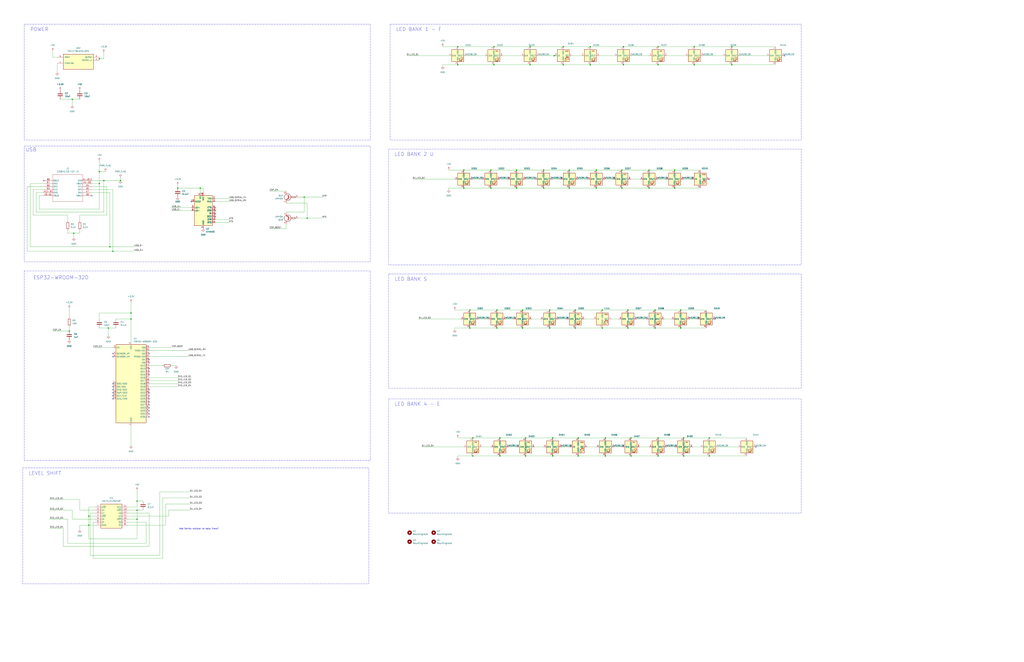
<source format=kicad_sch>
(kicad_sch (version 20230121) (generator eeschema)
  (paper "D")
  (title_block (title "Addressable LED Test Board") (date "2023-10-18") (rev "2") (company "Michael Kohler"))
  (junction (at 497.84 54.61))
  (junction (at 419.1 276.86))
  (junction (at 95.25 212.09))
  (junction (at 529.59 276.86))
  (junction (at 524.51 143.51))
  (junction (at 416.56 54.61))
  (junction (at 83.82 154.94))
  (junction (at 110.49 264.16))
  (junction (at 447.04 54.61))
  (junction (at 396.24 261.62))
  (junction (at 414.02 143.51))
  (junction (at 149.86 158.75))
  (junction (at 421.64 369.57))
  (junction (at 552.45 276.86))
  (junction (at 502.92 143.51))
  (junction (at 115.57 422.91))
  (junction (at 480.06 143.51))
  (junction (at 474.98 54.61))
  (junction (at 554.99 369.57))
  (junction (at 386.08 39.37))
  (junction (at 485.14 276.86))
  (junction (at 497.84 39.37))
  (junction (at 585.47 39.37))
  (junction (at 83.82 49.53))
  (junction (at 435.61 158.75))
  (junction (at 386.08 54.61))
  (junction (at 510.54 384.81))
  (junction (at 443.23 369.57))
  (junction (at 443.23 384.81))
  (junction (at 463.55 261.62))
  (junction (at 463.55 276.86))
  (junction (at 92.71 208.28))
  (junction (at 466.09 369.57))
  (junction (at 554.99 39.37))
  (junction (at 524.51 158.75))
  (junction (at 101.6 152.4))
  (junction (at 617.22 54.61))
  (junction (at 110.49 269.24))
  (junction (at 576.58 384.81))
  (junction (at 598.17 369.57))
  (junction (at 60.96 83.82))
  (junction (at 74.93 443.23))
  (junction (at 396.24 276.86))
  (junction (at 391.16 143.51))
  (junction (at 554.99 384.81))
  (junction (at 485.14 261.62))
  (junction (at 421.64 384.81))
  (junction (at 391.16 158.75))
  (junction (at 502.92 158.75))
  (junction (at 480.06 158.75))
  (junction (at 91.44 276.86))
  (junction (at 532.13 384.81))
  (junction (at 419.1 261.62))
  (junction (at 414.02 158.75))
  (junction (at 435.61 143.51))
  (junction (at 440.69 261.62))
  (junction (at 398.78 384.81))
  (junction (at 87.63 152.4))
  (junction (at 547.37 143.51))
  (junction (at 398.78 369.57))
  (junction (at 474.98 39.37))
  (junction (at 532.13 369.57))
  (junction (at 598.17 384.81))
  (junction (at 440.69 276.86))
  (junction (at 576.58 369.57))
  (junction (at 552.45 261.62))
  (junction (at 487.68 369.57))
  (junction (at 58.42 279.4))
  (junction (at 574.04 276.86))
  (junction (at 574.04 261.62))
  (junction (at 115.57 438.15))
  (junction (at 447.04 39.37))
  (junction (at 256.54 166.37))
  (junction (at 529.59 261.62))
  (junction (at 83.82 144.78))
  (junction (at 547.37 158.75))
  (junction (at 458.47 158.75))
  (junction (at 510.54 369.57))
  (junction (at 508 276.86))
  (junction (at 259.08 184.15))
  (junction (at 168.91 158.75))
  (junction (at 568.96 143.51))
  (junction (at 466.09 384.81))
  (junction (at 62.23 196.85))
  (junction (at 525.78 39.37))
  (junction (at 568.96 158.75))
  (junction (at 487.68 384.81))
  (junction (at 115.57 430.53))
  (junction (at 74.93 435.61))
  (junction (at 585.47 54.61))
  (junction (at 508 261.62))
  (junction (at 416.56 39.37))
  (junction (at 525.78 54.61))
  (junction (at 554.99 54.61))
  (junction (at 617.22 39.37))
  (junction (at 458.47 143.51))
  (junction (at 467.36 46.99))
  (no_connect (at 95.25 334.01))
  (no_connect (at 181.61 177.8))
  (no_connect (at 95.25 298.45))
  (no_connect (at 125.73 334.01))
  (no_connect (at 77.47 165.1))
  (no_connect (at 125.73 344.17))
  (no_connect (at 181.61 175.26))
  (no_connect (at 161.29 170.18))
  (no_connect (at 603.25 269.24))
  (no_connect (at 125.73 341.63))
  (no_connect (at 95.25 336.55))
  (no_connect (at 95.25 331.47))
  (no_connect (at 598.17 151.13))
  (no_connect (at 125.73 328.93))
  (no_connect (at 95.25 323.85))
  (no_connect (at 637.54 377.19))
  (no_connect (at 125.73 351.79))
  (no_connect (at 95.25 326.39))
  (no_connect (at 95.25 328.93))
  (no_connect (at 125.73 339.09))
  (no_connect (at 125.73 303.53))
  (no_connect (at 125.73 346.71))
  (no_connect (at 125.73 331.47))
  (no_connect (at 125.73 316.23))
  (no_connect (at 125.73 349.25))
  (no_connect (at 181.61 182.88))
  (no_connect (at 125.73 313.69))
  (no_connect (at 95.25 300.99))
  (no_connect (at 125.73 336.55))
  (no_connect (at 181.61 180.34))
  (no_connect (at 125.73 306.07))
  (no_connect (at 125.73 311.15))
  (no_connect (at 125.73 298.45))
  (no_connect (at 36.83 152.4))
  (no_connect (at 661.67 46.99))
  (wire (pts (xy 487.68 151.13) (xy 495.3 151.13)))
  (wire (pts (xy 78.74 440.69) (xy 78.74 471.17)))
  (wire (pts (xy 110.49 255.27) (xy 110.49 264.16)))
  (wire (pts (xy 58.42 260.35) (xy 58.42 267.97)))
  (wire (pts (xy 510.54 369.57) (xy 532.13 369.57)))
  (wire (pts (xy 57.15 438.15) (xy 57.15 458.47)))
  (wire (pts (xy 576.58 151.13) (xy 582.93 151.13)))
  (wire (pts (xy 227.33 161.29) (xy 241.3 161.29)))
  (wire (pts (xy 22.86 212.09) (xy 95.25 212.09)))
  (wire (pts (xy 67.31 443.23) (xy 67.31 447.04)))
  (wire (pts (xy 547.37 143.51) (xy 568.96 143.51)))
  (wire (pts (xy 92.71 208.28) (xy 25.4 208.28)))
  (wire (pts (xy 25.4 154.94) (xy 36.83 154.94)))
  (wire (pts (xy 53.34 461.01) (xy 125.73 461.01)))
  (wire (pts (xy 125.73 318.77) (xy 149.86 318.77)))
  (wire (pts (xy 533.4 46.99) (xy 547.37 46.99)))
  (wire (pts (xy 440.69 276.86) (xy 463.55 276.86)))
  (wire (pts (xy 443.23 369.57) (xy 466.09 369.57)))
  (wire (pts (xy 41.91 430.53) (xy 60.96 430.53)))
  (wire (pts (xy 416.56 39.37) (xy 447.04 39.37)))
  (wire (pts (xy 617.22 54.61) (xy 654.05 54.61)))
  (wire (pts (xy 137.16 471.17) (xy 137.16 420.37)))
  (wire (pts (xy 83.82 276.86) (xy 91.44 276.86)))
  (wire (pts (xy 50.8 83.82) (xy 60.96 83.82)))
  (wire (pts (xy 585.47 54.61) (xy 617.22 54.61)))
  (wire (pts (xy 125.73 323.85) (xy 149.86 323.85)))
  (wire (pts (xy 518.16 377.19) (xy 524.51 377.19)))
  (wire (pts (xy 115.57 430.53) (xy 107.95 430.53)))
  (wire (pts (xy 77.47 154.94) (xy 83.82 154.94)))
  (wire (pts (xy 554.99 384.81) (xy 576.58 384.81)))
  (wire (pts (xy 125.73 300.99) (xy 158.75 300.99)))
  (wire (pts (xy 485.14 261.62) (xy 508 261.62)))
  (wire (pts (xy 57.15 196.85) (xy 62.23 196.85)))
  (wire (pts (xy 181.61 185.42) (xy 193.04 185.42)))
  (wire (pts (xy 419.1 276.86) (xy 440.69 276.86)))
  (wire (pts (xy 95.25 160.02) (xy 95.25 212.09)))
  (wire (pts (xy 414.02 158.75) (xy 435.61 158.75)))
  (wire (pts (xy 532.13 384.81) (xy 554.99 384.81)))
  (wire (pts (xy 482.6 46.99) (xy 490.22 46.99)))
  (wire (pts (xy 41.91 438.15) (xy 57.15 438.15)))
  (wire (pts (xy 497.84 39.37) (xy 525.78 39.37)))
  (wire (pts (xy 443.23 151.13) (xy 450.85 151.13)))
  (wire (pts (xy 83.82 144.78) (xy 88.9 144.78)))
  (wire (pts (xy 95.25 212.09) (xy 113.03 212.09)))
  (wire (pts (xy 22.86 157.48) (xy 36.83 157.48)))
  (wire (pts (xy 396.24 276.86) (xy 419.1 276.86)))
  (wire (pts (xy 355.6 377.19) (xy 391.16 377.19)))
  (wire (pts (xy 139.7 443.23) (xy 139.7 425.45)))
  (wire (pts (xy 598.17 369.57) (xy 629.92 369.57)))
  (wire (pts (xy 30.48 179.07) (xy 87.63 179.07)))
  (wire (pts (xy 83.82 135.89) (xy 83.82 144.78)))
  (wire (pts (xy 562.61 46.99) (xy 577.85 46.99)))
  (wire (pts (xy 458.47 158.75) (xy 480.06 158.75)))
  (wire (pts (xy 83.82 264.16) (xy 83.82 269.24)))
  (wire (pts (xy 510.54 384.81) (xy 532.13 384.81)))
  (wire (pts (xy 378.46 160.02) (xy 378.46 158.75)))
  (wire (pts (xy 440.69 261.62) (xy 463.55 261.62)))
  (wire (pts (xy 30.48 162.56) (xy 30.48 179.07)))
  (wire (pts (xy 386.08 369.57) (xy 398.78 369.57)))
  (wire (pts (xy 398.78 151.13) (xy 406.4 151.13)))
  (wire (pts (xy 83.82 154.94) (xy 83.82 176.53)))
  (wire (pts (xy 227.33 193.04) (xy 241.3 193.04)))
  (wire (pts (xy 532.13 369.57) (xy 554.99 369.57)))
  (wire (pts (xy 256.54 166.37) (xy 271.78 166.37)))
  (wire (pts (xy 149.86 158.75) (xy 168.91 158.75)))
  (wire (pts (xy 537.21 269.24) (xy 544.83 269.24)))
  (wire (pts (xy 383.54 261.62) (xy 396.24 261.62)))
  (wire (pts (xy 386.08 386.08) (xy 386.08 384.81)))
  (wire (pts (xy 547.37 158.75) (xy 568.96 158.75)))
  (wire (pts (xy 568.96 158.75) (xy 590.55 158.75)))
  (wire (pts (xy 181.61 187.96) (xy 193.04 187.96)))
  (wire (pts (xy 480.06 158.75) (xy 502.92 158.75)))
  (wire (pts (xy 554.99 151.13) (xy 561.34 151.13)))
  (wire (pts (xy 60.96 83.82) (xy 67.31 83.82)))
  (wire (pts (xy 87.63 152.4) (xy 87.63 179.07)))
  (wire (pts (xy 77.47 162.56) (xy 92.71 162.56)))
  (wire (pts (xy 74.93 454.66) (xy 115.57 454.66)))
  (wire (pts (xy 115.57 430.53) (xy 120.65 430.53)))
  (wire (pts (xy 396.24 261.62) (xy 419.1 261.62)))
  (wire (pts (xy 508 261.62) (xy 529.59 261.62)))
  (wire (pts (xy 53.34 445.77) (xy 53.34 461.01)))
  (wire (pts (xy 386.08 54.61) (xy 416.56 54.61)))
  (wire (pts (xy 76.2 433.07) (xy 76.2 468.63)))
  (wire (pts (xy 27.94 160.02) (xy 36.83 160.02)))
  (wire (pts (xy 144.78 308.61) (xy 148.59 308.61)))
  (wire (pts (xy 57.15 181.61) (xy 57.15 186.69)))
  (wire (pts (xy 107.95 443.23) (xy 139.7 443.23)))
  (wire (pts (xy 510.54 151.13) (xy 516.89 151.13)))
  (wire (pts (xy 62.23 196.85) (xy 67.31 196.85)))
  (wire (pts (xy 90.17 181.61) (xy 90.17 157.48)))
  (wire (pts (xy 144.78 177.8) (xy 161.29 177.8)))
  (wire (pts (xy 471.17 269.24) (xy 477.52 269.24)))
  (wire (pts (xy 598.17 384.81) (xy 629.92 384.81)))
  (wire (pts (xy 581.66 269.24) (xy 588.01 269.24)))
  (wire (pts (xy 373.38 54.61) (xy 386.08 54.61)))
  (wire (pts (xy 77.47 152.4) (xy 87.63 152.4)))
  (wire (pts (xy 80.01 427.99) (xy 74.93 427.99)))
  (wire (pts (xy 107.95 440.69) (xy 123.19 440.69)))
  (wire (pts (xy 467.36 46.99) (xy 468.63 46.99)))
  (wire (pts (xy 57.15 458.47) (xy 123.19 458.47)))
  (wire (pts (xy 480.06 143.51) (xy 502.92 143.51)))
  (wire (pts (xy 80.01 440.69) (xy 78.74 440.69)))
  (wire (pts (xy 473.71 377.19) (xy 480.06 377.19)))
  (wire (pts (xy 256.54 179.07) (xy 256.54 166.37)))
  (wire (pts (xy 497.84 54.61) (xy 525.78 54.61)))
  (wire (pts (xy 97.79 269.24) (xy 110.49 269.24)))
  (wire (pts (xy 115.57 438.15) (xy 115.57 430.53)))
  (wire (pts (xy 383.54 276.86) (xy 396.24 276.86)))
  (wire (pts (xy 515.62 269.24) (xy 521.97 269.24)))
  (wire (pts (xy 421.64 369.57) (xy 443.23 369.57)))
  (wire (pts (xy 134.62 415.29) (xy 160.02 415.29)))
  (wire (pts (xy 435.61 143.51) (xy 458.47 143.51)))
  (wire (pts (xy 139.7 425.45) (xy 160.02 425.45)))
  (wire (pts (xy 624.84 46.99) (xy 646.43 46.99)))
  (wire (pts (xy 144.78 175.26) (xy 161.29 175.26)))
  (wire (pts (xy 115.57 422.91) (xy 115.57 414.02)))
  (wire (pts (xy 115.57 454.66) (xy 115.57 438.15)))
  (wire (pts (xy 454.66 46.99) (xy 467.36 46.99)))
  (wire (pts (xy 474.98 54.61) (xy 497.84 54.61)))
  (wire (pts (xy 67.31 181.61) (xy 67.31 186.69)))
  (wire (pts (xy 168.91 158.75) (xy 168.91 162.56)))
  (wire (pts (xy 532.13 151.13) (xy 539.75 151.13)))
  (wire (pts (xy 448.31 269.24) (xy 455.93 269.24)))
  (wire (pts (xy 574.04 261.62) (xy 595.63 261.62)))
  (wire (pts (xy 181.61 167.64) (xy 193.04 167.64)))
  (wire (pts (xy 91.44 276.86) (xy 97.79 276.86)))
  (wire (pts (xy 107.95 433.07) (xy 125.73 433.07)))
  (wire (pts (xy 251.46 166.37) (xy 256.54 166.37)))
  (wire (pts (xy 419.1 261.62) (xy 440.69 261.62)))
  (wire (pts (xy 378.46 158.75) (xy 391.16 158.75)))
  (wire (pts (xy 74.93 443.23) (xy 67.31 443.23)))
  (wire (pts (xy 554.99 369.57) (xy 576.58 369.57)))
  (wire (pts (xy 107.95 427.99) (xy 115.57 427.99)))
  (wire (pts (xy 406.4 377.19) (xy 414.02 377.19)))
  (wire (pts (xy 525.78 54.61) (xy 554.99 54.61)))
  (wire (pts (xy 142.24 435.61) (xy 142.24 430.53)))
  (wire (pts (xy 552.45 261.62) (xy 574.04 261.62)))
  (wire (pts (xy 463.55 261.62) (xy 485.14 261.62)))
  (wire (pts (xy 383.54 278.13) (xy 383.54 276.86)))
  (wire (pts (xy 125.73 308.61) (xy 137.16 308.61)))
  (wire (pts (xy 373.38 55.88) (xy 373.38 54.61)))
  (wire (pts (xy 30.48 162.56) (xy 36.83 162.56)))
  (wire (pts (xy 107.95 435.61) (xy 142.24 435.61)))
  (wire (pts (xy 87.63 44.45) (xy 87.63 49.53)))
  (wire (pts (xy 241.3 189.23) (xy 241.3 193.04)))
  (wire (pts (xy 554.99 39.37) (xy 585.47 39.37)))
  (wire (pts (xy 33.02 176.53) (xy 83.82 176.53)))
  (wire (pts (xy 524.51 143.51) (xy 547.37 143.51)))
  (wire (pts (xy 524.51 158.75) (xy 547.37 158.75)))
  (wire (pts (xy 576.58 384.81) (xy 598.17 384.81)))
  (wire (pts (xy 25.4 208.28) (xy 25.4 154.94)))
  (wire (pts (xy 421.64 151.13) (xy 427.99 151.13)))
  (wire (pts (xy 83.82 264.16) (xy 110.49 264.16)))
  (wire (pts (xy 414.02 143.51) (xy 435.61 143.51)))
  (wire (pts (xy 74.93 427.99) (xy 74.93 435.61)))
  (wire (pts (xy 91.44 283.21) (xy 91.44 276.86)))
  (wire (pts (xy 443.23 384.81) (xy 466.09 384.81)))
  (wire (pts (xy 48.26 53.34) (xy 48.26 60.96)))
  (wire (pts (xy 485.14 276.86) (xy 508 276.86)))
  (wire (pts (xy 584.2 377.19) (xy 590.55 377.19)))
  (wire (pts (xy 487.68 369.57) (xy 510.54 369.57)))
  (wire (pts (xy 458.47 143.51) (xy 480.06 143.51)))
  (wire (pts (xy 353.06 269.24) (xy 388.62 269.24)))
  (wire (pts (xy 67.31 196.85) (xy 67.31 194.31)))
  (wire (pts (xy 74.93 443.23) (xy 74.93 454.66)))
  (wire (pts (xy 466.09 369.57) (xy 487.68 369.57)))
  (wire (pts (xy 125.73 295.91) (xy 158.75 295.91)))
  (wire (pts (xy 386.08 39.37) (xy 416.56 39.37)))
  (wire (pts (xy 560.07 269.24) (xy 566.42 269.24)))
  (wire (pts (xy 80.01 433.07) (xy 76.2 433.07)))
  (wire (pts (xy 416.56 54.61) (xy 447.04 54.61)))
  (wire (pts (xy 67.31 181.61) (xy 90.17 181.61)))
  (wire (pts (xy 487.68 384.81) (xy 510.54 384.81)))
  (wire (pts (xy 125.73 461.01) (xy 125.73 433.07)))
  (wire (pts (xy 495.3 377.19) (xy 502.92 377.19)))
  (wire (pts (xy 502.92 143.51) (xy 524.51 143.51)))
  (wire (pts (xy 125.73 293.37) (xy 144.78 293.37)))
  (wire (pts (xy 110.49 264.16) (xy 110.49 269.24)))
  (wire (pts (xy 74.93 435.61) (xy 74.93 443.23)))
  (wire (pts (xy 57.15 181.61) (xy 27.94 181.61)))
  (wire (pts (xy 78.74 471.17) (xy 137.16 471.17)))
  (wire (pts (xy 529.59 261.62) (xy 552.45 261.62)))
  (wire (pts (xy 92.71 208.28) (xy 113.03 208.28)))
  (wire (pts (xy 593.09 46.99) (xy 609.6 46.99)))
  (wire (pts (xy 605.79 377.19) (xy 622.3 377.19)))
  (wire (pts (xy 125.73 321.31) (xy 149.86 321.31)))
  (wire (pts (xy 48.26 48.26) (xy 44.45 48.26)))
  (wire (pts (xy 403.86 269.24) (xy 411.48 269.24)))
  (wire (pts (xy 134.62 468.63) (xy 134.62 415.29)))
  (wire (pts (xy 22.86 157.48) (xy 22.86 212.09)))
  (wire (pts (xy 87.63 152.4) (xy 101.6 152.4)))
  (wire (pts (xy 125.73 326.39) (xy 149.86 326.39)))
  (wire (pts (xy 429.26 377.19) (xy 435.61 377.19)))
  (wire (pts (xy 576.58 369.57) (xy 598.17 369.57)))
  (wire (pts (xy 505.46 46.99) (xy 518.16 46.99)))
  (wire (pts (xy 80.01 438.15) (xy 60.96 438.15)))
  (wire (pts (xy 391.16 143.51) (xy 414.02 143.51)))
  (wire (pts (xy 241.3 179.07) (xy 256.54 179.07)))
  (wire (pts (xy 110.49 269.24) (xy 110.49 288.29)))
  (wire (pts (xy 123.19 458.47) (xy 123.19 440.69)))
  (wire (pts (xy 78.74 293.37) (xy 95.25 293.37)))
  (wire (pts (xy 259.08 184.15) (xy 271.78 184.15)))
  (wire (pts (xy 115.57 438.15) (xy 107.95 438.15)))
  (wire (pts (xy 80.01 435.61) (xy 74.93 435.61)))
  (wire (pts (xy 171.45 162.56) (xy 171.45 158.75)))
  (wire (pts (xy 617.22 39.37) (xy 654.05 39.37)))
  (wire (pts (xy 27.94 181.61) (xy 27.94 160.02)))
  (wire (pts (xy 110.49 359.41) (xy 110.49 375.92)))
  (wire (pts (xy 342.9 46.99) (xy 378.46 46.99)))
  (wire (pts (xy 33.02 165.1) (xy 33.02 176.53)))
  (wire (pts (xy 492.76 269.24) (xy 500.38 269.24)))
  (wire (pts (xy 435.61 158.75) (xy 458.47 158.75)))
  (wire (pts (xy 450.85 377.19) (xy 458.47 377.19)))
  (wire (pts (xy 67.31 430.53) (xy 67.31 421.64)))
  (wire (pts (xy 115.57 427.99) (xy 115.57 422.91)))
  (wire (pts (xy 466.09 151.13) (xy 472.44 151.13)))
  (wire (pts (xy 41.91 445.77) (xy 53.34 445.77)))
  (wire (pts (xy 41.91 421.64) (xy 67.31 421.64)))
  (wire (pts (xy 62.23 196.85) (xy 62.23 200.66)))
  (wire (pts (xy 447.04 39.37) (xy 474.98 39.37)))
  (wire (pts (xy 347.98 151.13) (xy 383.54 151.13)))
  (wire (pts (xy 373.38 39.37) (xy 386.08 39.37)))
  (wire (pts (xy 181.61 170.18) (xy 193.04 170.18)))
  (wire (pts (xy 60.96 83.82) (xy 60.96 88.9)))
  (wire (pts (xy 466.09 384.81) (xy 487.68 384.81)))
  (wire (pts (xy 83.82 48.26) (xy 83.82 49.53)))
  (wire (pts (xy 447.04 54.61) (xy 474.98 54.61)))
  (wire (pts (xy 80.01 443.23) (xy 74.93 443.23)))
  (wire (pts (xy 502.92 158.75) (xy 524.51 158.75)))
  (wire (pts (xy 80.01 430.53) (xy 67.31 430.53)))
  (wire (pts (xy 426.72 269.24) (xy 433.07 269.24)))
  (wire (pts (xy 44.45 43.18) (xy 44.45 48.26)))
  (wire (pts (xy 44.45 279.4) (xy 58.42 279.4)))
  (wire (pts (xy 552.45 276.86) (xy 574.04 276.86)))
  (wire (pts (xy 259.08 171.45) (xy 259.08 184.15)))
  (wire (pts (xy 529.59 276.86) (xy 552.45 276.86)))
  (wire (pts (xy 142.24 430.53) (xy 160.02 430.53)))
  (wire (pts (xy 398.78 369.57) (xy 421.64 369.57)))
  (wire (pts (xy 386.08 384.81) (xy 398.78 384.81)))
  (wire (pts (xy 554.99 54.61) (xy 585.47 54.61)))
  (wire (pts (xy 562.61 377.19) (xy 568.96 377.19)))
  (wire (pts (xy 149.86 156.21) (xy 149.86 158.75)))
  (wire (pts (xy 568.96 143.51) (xy 590.55 143.51)))
  (wire (pts (xy 92.71 162.56) (xy 92.71 208.28)))
  (wire (pts (xy 539.75 377.19) (xy 547.37 377.19)))
  (wire (pts (xy 168.91 158.75) (xy 171.45 158.75)))
  (wire (pts (xy 463.55 276.86) (xy 485.14 276.86)))
  (wire (pts (xy 76.2 468.63) (xy 134.62 468.63)))
  (wire (pts (xy 115.57 422.91) (xy 120.65 422.91)))
  (wire (pts (xy 101.6 149.86) (xy 101.6 152.4)))
  (wire (pts (xy 585.47 39.37) (xy 617.22 39.37)))
  (wire (pts (xy 83.82 49.53) (xy 83.82 50.8)))
  (wire (pts (xy 57.15 196.85) (xy 57.15 194.31)))
  (wire (pts (xy 241.3 171.45) (xy 259.08 171.45)))
  (wire (pts (xy 474.98 39.37) (xy 497.84 39.37)))
  (wire (pts (xy 393.7 46.99) (xy 408.94 46.99)))
  (wire (pts (xy 378.46 143.51) (xy 391.16 143.51)))
  (wire (pts (xy 77.47 157.48) (xy 90.17 157.48)))
  (wire (pts (xy 77.47 160.02) (xy 95.25 160.02)))
  (wire (pts (xy 424.18 46.99) (xy 439.42 46.99)))
  (wire (pts (xy 60.96 438.15) (xy 60.96 430.53)))
  (wire (pts (xy 421.64 384.81) (xy 443.23 384.81)))
  (wire (pts (xy 508 276.86) (xy 529.59 276.86)))
  (wire (pts (xy 137.16 420.37) (xy 160.02 420.37)))
  (wire (pts (xy 525.78 39.37) (xy 554.99 39.37)))
  (wire (pts (xy 83.82 144.78) (xy 83.82 154.94)))
  (wire (pts (xy 391.16 158.75) (xy 414.02 158.75)))
  (wire (pts (xy 83.82 49.53) (xy 87.63 49.53)))
  (wire (pts (xy 398.78 384.81) (xy 421.64 384.81)))
  (wire (pts (xy 58.42 275.59) (xy 58.42 279.4)))
  (wire (pts (xy 33.02 165.1) (xy 36.83 165.1)))
  (wire (pts (xy 574.04 276.86) (xy 595.63 276.86)))
  (wire (pts (xy 251.46 184.15) (xy 259.08 184.15)))
  (rectangle (start 327.66 336.55) (end 675.64 433.07) (stroke (width 0) (type dash)))
  (rectangle (start 20.32 123.19) (end 312.42 220.98) (stroke (width 0) (type dash)))
  (rectangle (start 327.66 231.14) (end 675.64 327.66) (stroke (width 0) (type dash)))
  (rectangle (start 20.32 20.32) (end 312.42 118.11) (stroke (width 0) (type dash)))
  (rectangle (start 328.93 20.32) (end 675.64 118.11) (stroke (width 0) (type dash)))
  (rectangle (start 20.32 228.6) (end 312.42 388.62) (stroke (width 0) (type dash)))
  (rectangle (start 19.05 394.97) (end 311.15 492.76) (stroke (width 0) (type dash)))
  (rectangle (start 327.66 125.73) (end 675.64 223.52) (stroke (width 0) (type dash)))
  (text "USB" (at 21.59 128.27 0) (effects (font (size 3 3)) (justify left bottom)))
  (text "LED BANK 1 - F" (at 334.01 26.67 0) (effects (font (size 3 3)) (justify left bottom)))
  (text "LED BANK S\n" (at 332.74 237.49 0) (effects (font (size 3 3)) (justify left bottom)))
  (text "Add Series resistor to data lines?" (at 151.13 447.04 0) (effects (font (size 1.27 1.27)) (justify left bottom)))
  (text "ESP32-WROOM-32D" (at 27.94 236.22 0) (effects (font (size 3 3)) (justify left bottom)))
  (text "LED BANK 4 - E" (at 332.74 342.9 0) (effects (font (size 3 3)) (justify left bottom)))
  (text "LEVEL SHIFT" (at 24.13 401.32 0) (effects (font (size 3 3)) (justify left bottom)))
  (text "LED BANK 2 U" (at 332.74 132.08 0) (effects (font (size 3 3)) (justify left bottom)))
  (text "POWER" (at 25.4 26.67 0) (effects (font (size 3 3)) (justify left bottom)))
  (label "ESP_EN" (at 227.33 161.29 0))
  (label "USB_D+" (at 113.03 212.09 0))
  (label "USB_D+" (at 144.78 175.26 0))
  (label "USB_D-" (at 113.03 208.28 0))
  (label "ESP_EN" (at 78.74 293.37 0))
  (label "5V_LED_03" (at 160.02 425.45 0))
  (label "ESP_BOOT" (at 227.33 193.04 0))
  (label "5V_LED_01" (at 342.9 46.99 0))
  (label "3V3_LED_03" (at 41.91 438.15 0))
  (label "5V_LED_04" (at 355.6 377.19 0))
  (label "3V3_LED_02" (at 41.91 430.53 0))
  (label "3V3_LED_04" (at 41.91 445.77 0))
  (label "3V3_LED_01" (at 41.91 421.64 0))
  (label "3V3_LED_03" (at 149.86 323.85 0))
  (label "USB_D-" (at 144.78 177.8 0))
  (label "3V3_LED_04" (at 149.86 326.39 0))
  (label "5V_LED_04" (at 160.02 430.53 0))
  (label "ESP_EN" (at 44.45 279.4 0))
  (label "DTR" (at 193.04 185.42 0))
  (label "5V_LED_02" (at 160.02 420.37 0))
  (label "USB_SERIAL_TX" (at 193.04 167.64 0))
  (label "RTS" (at 193.04 187.96 0))
  (label "ESP_BOOT" (at 144.78 293.37 0))
  (label "RTS" (at 271.78 184.15 0))
  (label "5V_LED_01" (at 160.02 415.29 0))
  (label "USB_SERIAL_RX" (at 158.75 295.91 0))
  (label "5V_LED_02" (at 347.98 151.13 0))
  (label "3V3_LED_02" (at 149.86 321.31 0))
  (label "5V_LED_03" (at 353.06 269.24 0))
  (label "USB_SERIAL_TX" (at 158.75 300.99 0))
  (label "3V3_LED_01" (at 149.86 318.77 0))
  (label "DTR" (at 271.78 166.37 0))
  (label "USB_SERIAL_RX" (at 193.04 170.18 0))
  (symbol (lib_id "LED:WS2812B") (at 654.05 46.99 0) (unit 1)
    (property "Reference" "D110" (at 660.4 38.1 0))
    (property "Value" "WS2812B" (at 665.48 45.8821 0))
    (property "Footprint" "LED_SMD:LED_WS2812B_PLCC4_5.0x5.0mm_P3.2mm" (effects hide))
    (property "Datasheet" "https://cdn-shop.adafruit.com/datasheets/WS2812B.pdf" (effects hide))
  )
  (symbol (lib_id "Device:R") (at 67.31 190.5 0) (unit 1)
    (property "Reference" "R1" (at 69.85 189.23 0) (effects (justify left)))
    (property "Value" "5.1K" (at 69.85 191.77 0) (effects (justify left)))
    (property "Footprint" "Resistor_SMD:R_0805_2012Metric_Pad1.20x1.40mm_HandSolder" (effects hide))
  )
  (symbol (lib_id "power:+3.3V") (at 110.49 255.27 0) (unit 1)
    (property "Reference" "#PWR01" (effects hide))
    (property "Value" "+3.3V" (at 110.49 250.19 0))
  )
  (symbol (lib_id "Device:C") (at 83.82 273.05 0) (unit 1)
    (property "Reference" "C5" (at 87.63 271.78 0) (effects (justify left)))
    (property "Value" "10uF" (at 87.63 274.32 0) (effects (justify left)))
    (property "Footprint" "Capacitor_SMD:C_0805_2012Metric_Pad1.18x1.45mm_HandSolder" (effects hide))
  )
  (symbol (lib_id "LED:WS2812MiniMK") (at 554.99 46.99 0) (unit 1)
    (property "Reference" "D107" (at 560.07 38.1 0))
    (property "Value" "~" (at 554.99 46.99 90))
    (property "Footprint" "LED_SMDnew:WS2812MiniMK" (effects hide))
  )
  (symbol (lib_id "LED:WS2812MiniMK") (at 552.45 269.24 0) (unit 1)
    (property "Reference" "D308" (at 557.53 260.35 0))
    (property "Value" "~" (at 552.45 269.24 90))
    (property "Footprint" "LED_SMDnew:WS2812MiniMK" (effects hide))
  )
  (symbol (lib_id "power:+3.3V") (at 58.42 260.35 0) (unit 1)
    (property "Reference" "#PWR016" (effects hide))
    (property "Value" "+3.3V" (at 58.42 255.27 0))
  )
  (symbol (lib_id "power:GND") (at 110.49 375.92 0) (unit 1)
    (property "Reference" "#PWR014" (effects hide))
    (property "Value" "GND" (at 110.49 381 0))
  )
  (symbol (lib_id "Mechanical:MountingHole") (at 365.76 449.58 0) (unit 1)
    (property "Reference" "H2" (at 368.3 448.31 0) (effects (justify left)))
    (property "Value" "MountingHole" (at 368.3 450.85 0) (effects (justify left)))
    (property "Footprint" "MountingHole:MountingHole_3.2mm_M3" (effects hide))
  )
  (symbol (lib_id "power:+5V") (at 386.08 369.57 0) (unit 1)
    (property "Reference" "#PWR022" (effects hide))
    (property "Value" "+5V" (at 386.08 364.49 0))
  )
  (symbol (lib_id "LED:WS2812B") (at 447.04 46.99 0) (unit 1)
    (property "Reference" "D103" (at 448.31 38.1 0))
    (property "Value" "WS2812B" (at 458.47 45.8821 0))
    (property "Footprint" "LED_SMD:LED_WS2812B_PLCC4_5.0x5.0mm_P3.2mm" (effects hide))
    (property "Datasheet" "https://cdn-shop.adafruit.com/datasheets/WS2812B.pdf" (effects hide))
  )
  (symbol (lib_id "LED:WS2812B") (at 547.37 151.13 0) (unit 1)
    (property "Reference" "D208" (at 556.26 142.24 0))
    (property "Value" "WS2812B" (at 558.8 150.0221 0))
    (property "Footprint" "LED_SMD:LED_WS2812B_PLCC4_5.0x5.0mm_P3.2mm" (effects hide))
    (property "Datasheet" "https://cdn-shop.adafruit.com/datasheets/WS2812B.pdf" (effects hide))
  )
  (symbol (lib_id "power:+3.3V") (at 87.63 44.45 0) (unit 1)
    (property "Reference" "#PWR05" (effects hide))
    (property "Value" "+3.3V" (at 87.63 39.37 0))
  )
  (symbol (lib_id "Device:C") (at 50.8 80.01 0) (unit 1)
    (property "Reference" "C2" (at 54.61 78.74 0) (effects (justify left)))
    (property "Value" "10uF" (at 54.61 81.28 0) (effects (justify left)))
    (property "Footprint" "Capacitor_SMD:C_0805_2012Metric_Pad1.18x1.45mm_HandSolder" (effects hide))
  )
  (symbol (lib_id "LED:WS2812B") (at 502.92 151.13 0) (unit 1)
    (property "Reference" "D206" (at 511.81 142.24 0))
    (property "Value" "WS2812B" (at 514.35 150.0221 0))
    (property "Footprint" "LED_SMD:LED_WS2812B_PLCC4_5.0x5.0mm_P3.2mm" (effects hide))
    (property "Datasheet" "https://cdn-shop.adafruit.com/datasheets/WS2812B.pdf" (effects hide))
  )
  (symbol (lib_id "LED:WS2812MiniMK") (at 532.13 377.19 0) (unit 1)
    (property "Reference" "D407" (at 537.21 368.3 0))
    (property "Value" "~" (at 532.13 377.19 90))
    (property "Footprint" "LED_SMDnew:WS2812MiniMK" (effects hide))
  )
  (symbol (lib_id "LED:WS2812B") (at 391.16 151.13 0) (unit 1)
    (property "Reference" "D201" (at 400.05 142.24 0))
    (property "Value" "WS2812B" (at 402.59 150.0221 0))
    (property "Footprint" "LED_SMD:LED_WS2812B_PLCC4_5.0x5.0mm_P3.2mm" (effects hide))
    (property "Datasheet" "https://cdn-shop.adafruit.com/datasheets/WS2812B.pdf" (effects hide))
  )
  (symbol (lib_id "power:GND") (at 60.96 88.9 0) (unit 1)
    (property "Reference" "#PWR011" (effects hide))
    (property "Value" "GND" (at 60.96 93.98 0))
  )
  (symbol (lib_id "LED:WS2812B") (at 574.04 269.24 0) (unit 1)
    (property "Reference" "D309" (at 582.93 260.35 0))
    (property "Value" "WS2812B" (at 585.47 268.1321 0))
    (property "Footprint" "LED_SMD:LED_WS2812B_PLCC4_5.0x5.0mm_P3.2mm" (effects hide))
    (property "Datasheet" "https://cdn-shop.adafruit.com/datasheets/WS2812B.pdf" (effects hide))
  )
  (symbol (lib_id "LED:WS2812MiniMK") (at 485.14 269.24 0) (unit 1)
    (property "Reference" "D305" (at 490.22 260.35 0))
    (property "Value" "~" (at 485.14 269.24 90))
    (property "Footprint" "LED_SMDnew:WS2812MiniMK" (effects hide))
  )
  (symbol (lib_id "Device:C") (at 97.79 273.05 0) (unit 1)
    (property "Reference" "C4" (at 101.6 271.78 0) (effects (justify left)))
    (property "Value" "0.1uF" (at 101.6 274.32 0) (effects (justify left)))
    (property "Footprint" "Capacitor_SMD:C_0805_2012Metric_Pad1.18x1.45mm_HandSolder" (effects hide))
  )
  (symbol (lib_id "Device:R") (at 57.15 190.5 0) (unit 1)
    (property "Reference" "R2" (at 59.69 189.23 0) (effects (justify left)))
    (property "Value" "5.1K" (at 59.69 191.77 0) (effects (justify left)))
    (property "Footprint" "Resistor_SMD:R_0805_2012Metric_Pad1.20x1.40mm_HandSolder" (effects hide))
  )
  (symbol (lib_id "LED:WS2812B") (at 414.02 151.13 0) (unit 1)
    (property "Reference" "D202" (at 422.91 142.24 0))
    (property "Value" "WS2812B" (at 425.45 150.0221 0))
    (property "Footprint" "LED_SMD:LED_WS2812B_PLCC4_5.0x5.0mm_P3.2mm" (effects hide))
    (property "Datasheet" "https://cdn-shop.adafruit.com/datasheets/WS2812B.pdf" (effects hide))
  )
  (symbol (lib_id "LED:WS2812B") (at 510.54 377.19 0) (unit 1)
    (property "Reference" "D406" (at 518.16 367.03 0))
    (property "Value" "WS2812B" (at 521.97 376.0821 0))
    (property "Footprint" "LED_SMD:LED_WS2812B_PLCC4_5.0x5.0mm_P3.2mm" (effects hide))
    (property "Datasheet" "https://cdn-shop.adafruit.com/datasheets/WS2812B.pdf" (effects hide))
  )
  (symbol (lib_id "LED:WS2812B") (at 568.96 151.13 0) (unit 1)
    (property "Reference" "D209" (at 577.85 142.24 0))
    (property "Value" "WS2812B" (at 580.39 150.0221 0))
    (property "Footprint" "LED_SMD:LED_WS2812B_PLCC4_5.0x5.0mm_P3.2mm" (effects hide))
    (property "Datasheet" "https://cdn-shop.adafruit.com/datasheets/WS2812B.pdf" (effects hide))
  )
  (symbol (lib_id "power:+3.3V") (at 149.86 156.21 0) (unit 1)
    (property "Reference" "#PWR09" (effects hide))
    (property "Value" "+3.3V" (at 149.86 151.13 0))
  )
  (symbol (lib_id "LED:WS2812MiniMK") (at 497.84 46.99 0) (unit 1)
    (property "Reference" "D105" (at 502.92 38.1 0))
    (property "Value" "~" (at 497.84 46.99 90))
    (property "Footprint" "LED_SMDnew:WS2812MiniMK" (effects hide))
  )
  (symbol (lib_id "power:GND") (at 373.38 55.88 0) (unit 1)
    (property "Reference" "#PWR025" (effects hide))
    (property "Value" "GND" (at 373.38 60.96 0))
  )
  (symbol (lib_id "LED:WS2812MiniMK") (at 443.23 377.19 0) (unit 1)
    (property "Reference" "D403" (at 448.31 368.3 0))
    (property "Value" "~" (at 443.23 377.19 90))
    (property "Footprint" "LED_SMDnew:WS2812MiniMK" (effects hide))
  )
  (symbol (lib_id "LED:WS2812B") (at 595.63 269.24 0) (unit 1)
    (property "Reference" "D310" (at 604.52 260.35 0))
    (property "Value" "WS2812B" (at 607.06 268.1321 0))
    (property "Footprint" "LED_SMD:LED_WS2812B_PLCC4_5.0x5.0mm_P3.2mm" (effects hide))
    (property "Datasheet" "https://cdn-shop.adafruit.com/datasheets/WS2812B.pdf" (effects hide))
  )
  (symbol (lib_id "LED:WS2812B") (at 554.99 377.19 0) (unit 1)
    (property "Reference" "D408" (at 562.61 367.03 0))
    (property "Value" "WS2812B" (at 566.42 376.0821 0))
    (property "Footprint" "LED_SMD:LED_WS2812B_PLCC4_5.0x5.0mm_P3.2mm" (effects hide))
    (property "Datasheet" "https://cdn-shop.adafruit.com/datasheets/WS2812B.pdf" (effects hide))
  )
  (symbol (lib_id "power:GND") (at 378.46 160.02 0) (unit 1)
    (property "Reference" "#PWR019" (effects hide))
    (property "Value" "GND" (at 378.46 165.1 0))
  )
  (symbol (lib_id "Device:C") (at 149.86 162.56 0) (unit 1)
    (property "Reference" "C1" (at 153.67 161.29 0) (effects (justify left)))
    (property "Value" "0.1uF" (at 153.67 163.83 0) (effects (justify left)))
    (property "Footprint" "Capacitor_SMD:C_0805_2012Metric_Pad1.18x1.45mm_HandSolder" (effects hide))
  )
  (symbol (lib_id "LED:WS2812B") (at 396.24 269.24 0) (unit 1)
    (property "Reference" "D301" (at 405.13 260.35 0))
    (property "Value" "WS2812B" (at 407.67 268.1321 0))
    (property "Footprint" "LED_SMD:LED_WS2812B_PLCC4_5.0x5.0mm_P3.2mm" (effects hide))
    (property "Datasheet" "https://cdn-shop.adafruit.com/datasheets/WS2812B.pdf" (effects hide))
  )
  (symbol (lib_id "power:PWR_FLAG") (at 88.9 144.78 0) (unit 1)
    (property "Reference" "#FLG02" (effects hide))
    (property "Value" "PWR_FLAG" (at 88.9 139.7 0))
  )
  (symbol (lib_id "LED:WS2812MiniMK") (at 398.78 377.19 0) (unit 1)
    (property "Reference" "D401" (at 403.86 368.3 0))
    (property "Value" "~" (at 398.78 377.19 90))
    (property "Footprint" "LED_SMDnew:WS2812MiniMK" (effects hide))
  )
  (symbol (lib_id "power:PWR_FLAG") (at 101.6 149.86 0) (unit 1)
    (property "Reference" "#FLG01" (effects hide))
    (property "Value" "PWR_FLAG" (at 101.6 144.78 0))
  )
  (symbol (lib_id "TS1117BCW33_RPG:TS1117BCW33_RPG") (at 66.04 50.8 0) (unit 1)
    (property "Reference" "VR2" (at 66.04 40.64 0))
    (property "Value" "TS1117BCW33_RPG" (at 66.04 43.18 0))
    (property "Footprint" "VREG_TS1117BCW33_RPG" (effects hide))
    (property "PARTREV" "H1607" (effects hide))
    (property "MANUFACTURER" "Taiwan Semiconductor" (effects hide))
    (property "MAXIMUM_PACKAGE_HEIGHT" "1.80mm" (effects hide))
    (property "STANDARD" "Manufacturer recommendation" (effects hide))
  )
  (symbol (lib_id "power:+5V") (at 378.46 143.51 0) (unit 1)
    (property "Reference" "#PWR018" (effects hide))
    (property "Value" "+5V" (at 378.46 138.43 0))
  )
  (symbol (lib_id "power:+5V") (at 67.31 76.2 0) (unit 1)
    (property "Reference" "#PWR012" (effects hide))
    (property "Value" "+5V" (at 67.31 71.12 0))
  )
  (symbol (lib_id "Transistor_BJT:UMH3N") (at 246.38 184.15 180) (unit 2)
    (property "Reference" "Q1" (at 238.76 185.42 0) (effects (justify left)))
    (property "Value" "UMH3N" (at 238.76 182.88 0) (effects (justify left)))
    (property "Footprint" "Package_TO_SOT_SMD:SOT-363_SC-70-6" (effects hide))
    (property "Datasheet" "http://rohmfs.rohm.com/en/products/databook/datasheet/discrete/transistor/digital/emh3t2r-e.pdf" (effects hide))
  )
  (symbol (lib_id "LED:WS2812MiniMK") (at 440.69 269.24 0) (unit 1)
    (property "Reference" "D303" (at 445.77 260.35 0))
    (property "Value" "~" (at 440.69 269.24 90))
    (property "Footprint" "LED_SMDnew:WS2812MiniMK" (effects hide))
  )
  (symbol (lib_id "Device:C") (at 67.31 80.01 0) (unit 1)
    (property "Reference" "C3" (at 71.12 78.74 0) (effects (justify left)))
    (property "Value" "10uF" (at 71.12 81.28 0) (effects (justify left)))
    (property "Footprint" "Capacitor_SMD:C_0805_2012Metric_Pad1.18x1.45mm_HandSolder" (effects hide))
  )
  (symbol (lib_id "power:GND") (at 383.54 278.13 0) (unit 1)
    (property "Reference" "#PWR021" (effects hide))
    (property "Value" "GND" (at 383.54 283.21 0))
  )
  (symbol (lib_id "LED:WS2812B") (at 529.59 269.24 0) (unit 1)
    (property "Reference" "D307" (at 538.48 260.35 0))
    (property "Value" "WS2812B" (at 541.02 268.1321 0))
    (property "Footprint" "LED_SMD:LED_WS2812B_PLCC4_5.0x5.0mm_P3.2mm" (effects hide))
    (property "Datasheet" "https://cdn-shop.adafruit.com/datasheets/WS2812B.pdf" (effects hide))
  )
  (symbol (lib_id "RF_Module:ESP32-WROOM-32D") (at 110.49 323.85 0) (unit 1)
    (property "Reference" "U1" (at 112.6841 285.75 0) (effects (justify left)))
    (property "Value" "ESP32-WROOM-32D" (at 112.6841 288.29 0) (effects (justify left)))
    (property "Footprint" "RF_Module:ESP32-WROOM-32D" (effects hide))
    (property "Datasheet" "https://www.espressif.com/sites/default/files/documentation/esp32-wroom-32d_esp32-wroom-32u_datasheet_en.pdf" (effects hide))
  )
  (symbol (lib_id "power:+5V") (at 115.57 414.02 0) (unit 1)
    (property "Reference" "#PWR027" (effects hide))
    (property "Value" "+5V" (at 115.57 408.94 0))
  )
  (symbol (lib_id "power:GND") (at 91.44 283.21 0) (unit 1)
    (property "Reference" "#PWR015" (effects hide))
    (property "Value" "GND" (at 91.44 288.29 0))
  )
  (symbol (lib_id "LED:WS2812B") (at 419.1 269.24 0) (unit 1)
    (property "Reference" "D302" (at 427.99 260.35 0))
    (property "Value" "WS2812B" (at 430.53 268.1321 0))
    (property "Footprint" "LED_SMD:LED_WS2812B_PLCC4_5.0x5.0mm_P3.2mm" (effects hide))
    (property "Datasheet" "https://cdn-shop.adafruit.com/datasheets/WS2812B.pdf" (effects hide))
  )
  (symbol (lib_id "power:GND") (at 48.26 60.96 0) (unit 1)
    (property "Reference" "#PWR07" (effects hide))
    (property "Value" "GND" (at 48.26 66.04 0))
  )
  (symbol (lib_id "LED:WS2812B") (at 421.64 377.19 0) (unit 1)
    (property "Reference" "D402" (at 429.26 367.03 0))
    (property "Value" "WS2812B" (at 433.07 376.0821 0))
    (property "Footprint" "LED_SMD:LED_WS2812B_PLCC4_5.0x5.0mm_P3.2mm" (effects hide))
    (property "Datasheet" "https://cdn-shop.adafruit.com/datasheets/WS2812B.pdf" (effects hide))
  )
  (symbol (lib_id "power:GND") (at 62.23 200.66 0) (unit 1)
    (property "Reference" "#PWR03" (effects hide))
    (property "Value" "GND" (at 62.23 205.74 0))
  )
  (symbol (lib_id "LED:WS2812B") (at 480.06 151.13 0) (unit 1)
    (property "Reference" "D205" (at 488.95 142.24 0))
    (property "Value" "WS2812B" (at 491.49 150.0221 0))
    (property "Footprint" "LED_SMD:LED_WS2812B_PLCC4_5.0x5.0mm_P3.2mm" (effects hide))
    (property "Datasheet" "https://cdn-shop.adafruit.com/datasheets/WS2812B.pdf" (effects hide))
  )
  (symbol (lib_id "LED:WS2812MiniMK") (at 524.51 151.13 0) (unit 1)
    (property "Reference" "D207" (at 529.59 142.24 0))
    (property "Value" "~" (at 524.51 151.13 90))
    (property "Footprint" "LED_SMDnew:WS2812MiniMK" (effects hide))
  )
  (symbol (lib_id "Device:C") (at 120.65 426.72 0) (unit 1)
    (property "Reference" "C7" (at 124.46 425.45 0) (effects (justify left)))
    (property "Value" "0.1uF" (at 124.46 427.99 0) (effects (justify left)))
    (property "Footprint" "Capacitor_SMD:C_0805_2012Metric_Pad1.18x1.45mm_HandSolder" (effects hide))
  )
  (symbol (lib_id "power:GND") (at 149.86 166.37 0) (unit 1)
    (property "Reference" "#PWR010" (effects hide))
    (property "Value" "GND" (at 149.86 170.18 0))
  )
  (symbol (lib_id "LED:WS2812B") (at 629.92 377.19 0) (unit 1)
    (property "Reference" "D411" (at 637.54 367.03 0))
    (property "Value" "WS2812B" (at 641.35 376.0821 0))
    (property "Footprint" "LED_SMD:LED_WS2812B_PLCC4_5.0x5.0mm_P3.2mm" (effects hide))
    (property "Datasheet" "https://cdn-shop.adafruit.com/datasheets/WS2812B.pdf" (effects hide))
  )
  (symbol (lib_id "LED:WS2812B") (at 463.55 269.24 0) (unit 1)
    (property "Reference" "D304" (at 472.44 260.35 0))
    (property "Value" "WS2812B" (at 474.98 268.1321 0))
    (property "Footprint" "LED_SMD:LED_WS2812B_PLCC4_5.0x5.0mm_P3.2mm" (effects hide))
    (property "Datasheet" "https://cdn-shop.adafruit.com/datasheets/WS2812B.pdf" (effects hide))
  )
  (symbol (lib_id "Transistor_BJT:UMH3N") (at 246.38 166.37 0) (mirror y) (unit 1)
    (property "Reference" "Q1" (at 238.76 165.1 0) (effects (justify left)))
    (property "Value" "UMH3N" (at 238.76 167.64 0) (effects (justify left)))
    (property "Footprint" "Package_TO_SOT_SMD:SOT-363_SC-70-6" (effects hide))
    (property "Datasheet" "http://rohmfs.rohm.com/en/products/databook/datasheet/discrete/transistor/digital/emh3t2r-e.pdf" (effects hide))
  )
  (symbol (lib_id "LED:WS2812B") (at 435.61 151.13 0) (unit 1)
    (property "Reference" "D203" (at 444.5 142.24 0))
    (property "Value" "WS2812B" (at 447.04 150.0221 0))
    (property "Footprint" "LED_SMD:LED_WS2812B_PLCC4_5.0x5.0mm_P3.2mm" (effects hide))
    (property "Datasheet" "https://cdn-shop.adafruit.com/datasheets/WS2812B.pdf" (effects hide))
  )
  (symbol (lib_id "Device:R") (at 140.97 308.61 270) (unit 1)
    (property "Reference" "R4" (at 140.97 313.69 90))
    (property "Value" "10K" (at 140.97 311.15 90))
    (property "Footprint" "Resistor_SMD:R_0805_2012Metric_Pad1.20x1.40mm_HandSolder" (effects hide))
  )
  (symbol (lib_id "usb4110-gf-a:USB4110-GF-A") (at 77.47 152.4 0) (mirror y) (unit 1)
    (property "Reference" "J1" (at 57.15 142.24 0) (effects (font (size 1.524 1.524))))
    (property "Value" "USB4110-GF-A" (at 57.15 144.78 0) (effects (font (size 1.524 1.524))))
    (property "Footprint" "USB4110-GF-A_GCT" (effects hide))
    (property "Datasheet" "USB4110-GF-A" (effects hide))
  )
  (symbol (lib_id "LED:WS2812B") (at 458.47 151.13 0) (unit 1)
    (property "Reference" "D204" (at 467.36 142.24 0))
    (property "Value" "WS2812B" (at 469.9 150.0221 0))
    (property "Footprint" "LED_SMD:LED_WS2812B_PLCC4_5.0x5.0mm_P3.2mm" (effects hide))
    (property "Datasheet" "https://cdn-shop.adafruit.com/datasheets/WS2812B.pdf" (effects hide))
  )
  (symbol (lib_id "Mechanical:MountingHole") (at 365.76 457.2 0) (unit 1)
    (property "Reference" "H4" (at 368.3 455.93 0) (effects (justify left)))
    (property "Value" "MountingHole" (at 368.3 458.47 0) (effects (justify left)))
    (property "Footprint" "MountingHole:MountingHole_3.2mm_M3" (effects hide))
  )
  (symbol (lib_id "power:+5V") (at 383.54 261.62 0) (unit 1)
    (property "Reference" "#PWR020" (effects hide))
    (property "Value" "+5V" (at 383.54 256.54 0))
  )
  (symbol (lib_id "Interface_USB:CH340C") (at 171.45 177.8 0) (unit 1)
    (property "Reference" "U2" (at 173.6441 193.04 0) (effects (justify left)))
    (property "Value" "CH340C" (at 173.6441 195.58 0) (effects (justify left)))
    (property "Footprint" "Package_SO:SOIC-16_3.9x9.9mm_P1.27mm" (effects hide))
    (property "Datasheet" "https://datasheet.lcsc.com/szlcsc/Jiangsu-Qin-Heng-CH340C_C84681.pdf" (effects hide))
  )
  (symbol (lib_id "power:+5V") (at 83.82 135.89 0) (unit 1)
    (property "Reference" "#PWR04" (effects hide))
    (property "Value" "+5V" (at 83.82 130.81 0))
  )
  (symbol (lib_id "power:GND") (at 386.08 386.08 0) (unit 1)
    (property "Reference" "#PWR023" (effects hide))
    (property "Value" "GND" (at 386.08 391.16 0))
  )
  (symbol (lib_id "power:+5V") (at 373.38 39.37 0) (unit 1)
    (property "Reference" "#PWR024" (effects hide))
    (property "Value" "+5V" (at 373.38 34.29 0))
  )
  (symbol (lib_id "Device:C") (at 58.42 283.21 0) (unit 1)
    (property "Reference" "C6" (at 62.23 281.94 0) (effects (justify left)))
    (property "Value" "1uF" (at 62.23 284.48 0) (effects (justify left)))
    (property "Footprint" "Capacitor_SMD:C_0805_2012Metric_Pad1.18x1.45mm_HandSolder" (effects hide))
  )
  (symbol (lib_id "LED:WS2812B") (at 598.17 377.19 0) (unit 1)
    (property "Reference" "D410" (at 605.79 367.03 0))
    (property "Value" "WS2812B" (at 609.6 376.0821 0))
    (property "Footprint" "LED_SMD:LED_WS2812B_PLCC4_5.0x5.0mm_P3.2mm" (effects hide))
    (property "Datasheet" "https://cdn-shop.adafruit.com/datasheets/WS2812B.pdf" (effects hide))
  )
  (symbol (lib_id "power:+5V") (at 44.45 43.18 0) (unit 1)
    (property "Reference" "#PWR06" (effects hide))
    (property "Value" "+5V" (at 44.45 38.1 0))
  )
  (symbol (lib_id "Mechanical:MountingHole") (at 345.44 457.2 0) (unit 1)
    (property "Reference" "H3" (at 347.98 455.93 0) (effects (justify left)))
    (property "Value" "MountingHole" (at 347.98 458.47 0) (effects (justify left)))
    (property "Footprint" "MountingHole:MountingHole_3.2mm_M3" (effects hide))
  )
  (symbol (lib_id "power:GND") (at 58.42 287.02 0) (unit 1)
    (property "Reference" "#PWR017" (effects hide))
    (property "Value" "GND" (at 58.42 292.1 0))
  )
  (symbol (lib_id "LED:WS2812MiniMK") (at 416.56 46.99 0) (unit 1)
    (property "Reference" "D102" (at 421.64 38.1 0))
    (property "Value" "~" (at 416.56 46.99 90))
    (property "Footprint" "LED_SMDnew:WS2812MiniMK" (effects hide))
  )
  (symbol (lib_id "LED:WS2812B") (at 525.78 46.99 0) (unit 1)
    (property "Reference" "D106" (at 532.13 38.1 0))
    (property "Value" "WS2812B" (at 537.21 45.8821 0))
    (property "Footprint" "LED_SMD:LED_WS2812B_PLCC4_5.0x5.0mm_P3.2mm" (effects hide))
    (property "Datasheet" "https://cdn-shop.adafruit.com/datasheets/WS2812B.pdf" (effects hide))
  )
  (symbol (lib_id "Mechanical:MountingHole") (at 345.44 449.58 0) (unit 1)
    (property "Reference" "H1" (at 347.98 448.31 0) (effects (justify left)))
    (property "Value" "MountingHole" (at 347.98 450.85 0) (effects (justify left)))
    (property "Footprint" "MountingHole:MountingHole_3.2mm_M3" (effects hide))
  )
  (symbol (lib_id "LED:WS2812NanoMK") (at 508 269.24 0) (unit 1)
    (property "Reference" "D306" (at 511.81 260.35 0))
    (property "Value" "~" (at 508 269.24 0))
    (property "Footprint" "LED_SMDnew:LED_WS2812B-2020_PLCC4_2.0x2.0mm" (effects hide))
  )
  (symbol (lib_id "LED:WS2812B") (at 585.47 46.99 0) (unit 1)
    (property "Reference" "D108" (at 591.82 38.1 0))
    (property "Value" "WS2812B" (at 596.9 45.8821 0))
    (property "Footprint" "LED_SMD:LED_WS2812B_PLCC4_5.0x5.0mm_P3.2mm" (effects hide))
    (property "Datasheet" "https://cdn-shop.adafruit.com/datasheets/WS2812B.pdf" (effects hide))
  )
  (symbol (lib_id "Device:R") (at 58.42 271.78 0) (unit 1)
    (property "Reference" "R3" (at 60.96 270.51 0) (effects (justify left)))
    (property "Value" "10K" (at 60.96 273.05 0) (effects (justify left)))
    (property "Footprint" "Resistor_SMD:R_0805_2012Metric_Pad1.20x1.40mm_HandSolder" (effects hide))
  )
  (symbol (lib_id "LED:WS2812NanoMK") (at 590.55 151.13 0) (unit 1)
    (property "Reference" "D210" (at 594.36 142.24 0))
    (property "Value" "~" (at 590.55 151.13 0))
    (property "Footprint" "LED_SMDnew:LED_WS2812B-2020_PLCC4_2.0x2.0mm" (effects hide))
  )
  (symbol (lib_id "LED:WS2812B") (at 617.22 46.99 0) (unit 1)
    (property "Reference" "D109" (at 618.49 38.1 0))
    (property "Value" "WS2812B" (at 628.65 45.8821 0))
    (property "Footprint" "LED_SMD:LED_WS2812B_PLCC4_5.0x5.0mm_P3.2mm" (effects hide))
    (property "Datasheet" "https://cdn-shop.adafruit.com/datasheets/WS2812B.pdf" (effects hide))
  )
  (symbol (lib_id "power:GND") (at 67.31 447.04 0) (unit 1)
    (property "Reference" "#PWR026" (effects hide))
    (property "Value" "GND" (at 67.31 452.12 0))
  )
  (symbol (lib_id "LED:WS2812NanoMK") (at 487.68 377.19 0) (unit 1)
    (property "Reference" "D405" (at 495.3 367.03 0))
    (property "Value" "~" (at 487.68 377.19 0))
    (property "Footprint" "LED_SMDnew:LED_WS2812B-2020_PLCC4_2.0x2.0mm" (effects hide))
  )
  (symbol (lib_id "power:GND") (at 148.59 308.61 0) (unit 1)
    (property "Reference" "#PWR028" (effects hide))
    (property "Value" "GND" (at 148.59 313.69 0))
  )
  (symbol (lib_id "LED:WS2812B") (at 466.09 377.19 0) (unit 1)
    (property "Reference" "D404" (at 473.71 367.03 0))
    (property "Value" "WS2812B" (at 477.52 376.0821 0))
    (property "Footprint" "LED_SMD:LED_WS2812B_PLCC4_5.0x5.0mm_P3.2mm" (effects hide))
    (property "Datasheet" "https://cdn-shop.adafruit.com/datasheets/WS2812B.pdf" (effects hide))
  )
  (symbol (lib_id "LED:WS2812NanoMK") (at 474.98 46.99 0) (unit 1)
    (property "Reference" "D104" (at 481.33 36.83 0))
    (property "Value" "~" (at 474.98 46.99 0))
    (property "Footprint" "LED_SMDnew:LED_WS2812B-2020_PLCC4_2.0x2.0mm" (effects hide))
  )
  (symbol (lib_id "power:GND") (at 101.6 152.4 0) (unit 1)
    (property "Reference" "#PWR02" (effects hide))
    (property "Value" "GND" (at 101.6 157.48 0))
  )
  (symbol (lib_id "SN74LV125ATDR:SN74LV125ATDR") (at 80.01 427.99 0) (unit 1)
    (property "Reference" "IC1" (at 93.98 420.37 0))
    (property "Value" "SN74LV125ATDR" (at 93.98 422.91 0))
    (property "Footprint" "SOIC127P600X175-14N" (effects hide))
    (property "Datasheet" "http://www.ti.com/lit/gpn/sn74lv125at" (effects hide))
    (property "Height" "1.75" (effects hide))
    (property "Mouser Part Number" "595-SN74LV125ATDR" (effects hide))
    (property "Mouser Price/Stock" "https://www.mouser.co.uk/ProductDetail/Texas-Instruments/SN74LV125ATDR?qs=VnWRSnLxLU2cn2%2Fja0u5CA%3D%3D" (effects hide))
    (property "Manufacturer_Name" "Texas Instruments" (effects hide))
    (property "Manufacturer_Part_Number" "SN74LV125ATDR" (effects hide))
  )
  (symbol (lib_id "LED:WS2812MiniMK") (at 576.58 377.19 0) (unit 1)
    (property "Reference" "D409" (at 581.66 368.3 0))
    (property "Value" "~" (at 576.58 377.19 90))
    (property "Footprint" "LED_SMDnew:WS2812MiniMK" (effects hide))
  )
  (symbol (lib_id "power:GND") (at 171.45 193.04 0) (unit 1)
    (property "Reference" "#PWR08" (effects hide))
    (property "Value" "GND" (at 171.45 198.12 0))
  )
  (symbol (lib_id "LED:WS2812B") (at 386.08 46.99 0) (unit 1)
    (property "Reference" "D101" (at 394.97 38.1 0))
    (property "Value" "WS2812B" (at 397.51 45.8821 0))
    (property "Footprint" "LED_SMD:LED_WS2812B_PLCC4_5.0x5.0mm_P3.2mm" (effects hide))
    (property "Datasheet" "https://cdn-shop.adafruit.com/datasheets/WS2812B.pdf" (effects hide))
  )
  (symbol (lib_id "power:+3.3V") (at 50.8 76.2 0) (unit 1)
    (property "Reference" "#PWR013" (effects hide))
    (property "Value" "+3.3V" (at 50.8 71.12 0))
  )
)
</source>
